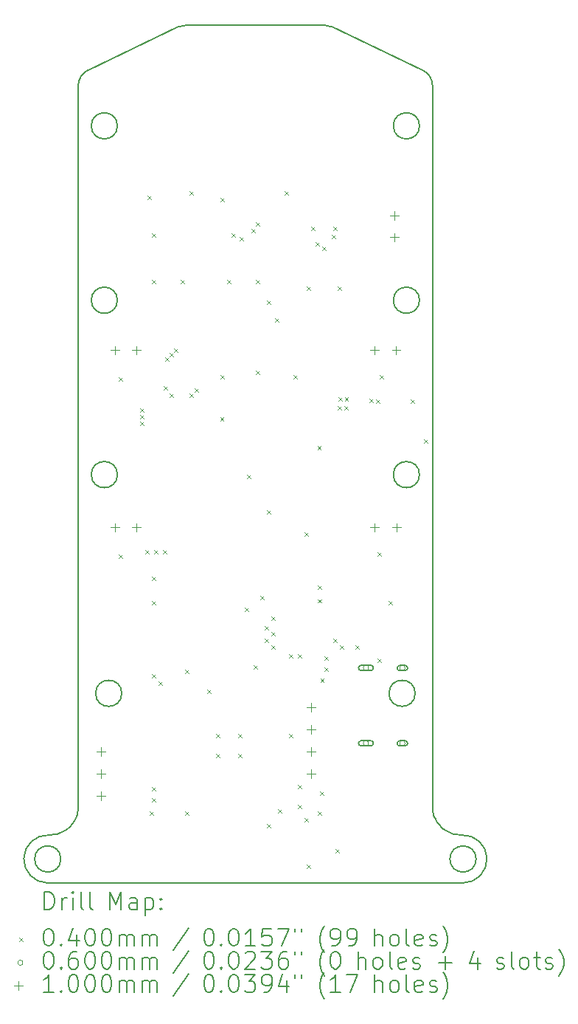
<source format=gbr>
%TF.GenerationSoftware,KiCad,Pcbnew,(7.0.0)*%
%TF.CreationDate,2023-09-25T00:06:05+02:00*%
%TF.ProjectId,FC Control board 1.0,46432043-6f6e-4747-926f-6c20626f6172,rev?*%
%TF.SameCoordinates,Original*%
%TF.FileFunction,Drillmap*%
%TF.FilePolarity,Positive*%
%FSLAX45Y45*%
G04 Gerber Fmt 4.5, Leading zero omitted, Abs format (unit mm)*
G04 Created by KiCad (PCBNEW (7.0.0)) date 2023-09-25 00:06:05*
%MOMM*%
%LPD*%
G01*
G04 APERTURE LIST*
%ADD10C,0.200000*%
%ADD11C,0.040000*%
%ADD12C,0.060000*%
%ADD13C,0.100000*%
G04 APERTURE END LIST*
D10*
X18492044Y-19192293D02*
X18482425Y-19199226D01*
X19867785Y-9967704D02*
G75*
G03*
X19781825Y-9987121I5J-200006D01*
G01*
X23048003Y-19805075D02*
G75*
G03*
X23031652Y-19255453I-2003J274995D01*
G01*
X19077001Y-11122030D02*
G75*
G03*
X19077001Y-11122030I-150000J0D01*
G01*
X22696000Y-18928648D02*
X22696545Y-18949126D01*
X22698213Y-18969438D01*
X22701052Y-18989546D01*
X22705108Y-19009416D01*
X22710431Y-19029010D01*
X22717067Y-19048292D01*
X22720101Y-19055910D01*
X18615566Y-19018603D02*
X18620687Y-18996438D01*
X18624247Y-18974020D01*
X18626326Y-18951405D01*
X18627001Y-18928648D01*
X18291348Y-19255457D02*
G75*
G03*
X18274998Y-19805071I-14348J-274624D01*
G01*
X18427001Y-19530078D02*
G75*
G03*
X18427001Y-19530078I-150000J0D01*
G01*
X21541177Y-9987119D02*
G75*
G03*
X21455216Y-9967706I-85947J-180541D01*
G01*
X23196000Y-19530078D02*
G75*
G03*
X23196000Y-19530078I-150000J0D01*
G01*
X22840576Y-19199226D02*
G75*
G03*
X23031652Y-19255453I175424J243366D01*
G01*
X22840576Y-19199226D02*
X22830957Y-19192293D01*
X19781825Y-9987121D02*
X18741040Y-10482547D01*
X22764670Y-19130416D02*
X22779656Y-19147531D01*
X22795760Y-19163528D01*
X22812891Y-19178438D01*
X22830957Y-19192293D01*
X22546000Y-11122030D02*
G75*
G03*
X22546000Y-11122030I-150000J0D01*
G01*
X21455216Y-9967706D02*
X19867785Y-9967706D01*
X18581188Y-19098325D02*
X18591972Y-19079351D01*
X18601289Y-19059725D01*
X18609150Y-19039468D01*
X18615566Y-19018603D01*
X18274998Y-19805071D02*
X23048003Y-19805071D01*
X18741040Y-10482546D02*
G75*
G03*
X18627001Y-10663131I85960J-180584D01*
G01*
X18492044Y-19192293D02*
X18508337Y-19179875D01*
X18523839Y-19166645D01*
X18538491Y-19152584D01*
X18552238Y-19137675D01*
X18565020Y-19121900D01*
X18576782Y-19105240D01*
X18581188Y-19098325D01*
X19077001Y-13122030D02*
G75*
G03*
X19077001Y-13122030I-150000J0D01*
G01*
X22546000Y-15122030D02*
G75*
G03*
X22546000Y-15122030I-150000J0D01*
G01*
X22696000Y-10905352D02*
X22696000Y-10663131D01*
X18627001Y-10663131D02*
X18627001Y-10905352D01*
X18627001Y-10905352D02*
X18627001Y-18928648D01*
X18291349Y-19255453D02*
G75*
G03*
X18482425Y-19199226I15651J299593D01*
G01*
X22546000Y-13122030D02*
G75*
G03*
X22546000Y-13122030I-150000J0D01*
G01*
X22581960Y-10482547D02*
X21541176Y-9987121D01*
X22696000Y-18928648D02*
X22696000Y-10905352D01*
X19127001Y-17630078D02*
G75*
G03*
X19127001Y-17630078I-150000J0D01*
G01*
X22720101Y-19055910D02*
X22729187Y-19075754D01*
X22739660Y-19094788D01*
X22751496Y-19113010D01*
X22764670Y-19130416D01*
X19077001Y-15122030D02*
G75*
G03*
X19077001Y-15122030I-150000J0D01*
G01*
X22695999Y-10663131D02*
G75*
G03*
X22581960Y-10482547I-199999J1D01*
G01*
X22496000Y-17630078D02*
G75*
G03*
X22496000Y-17630078I-150000J0D01*
G01*
D11*
X19094600Y-14008000D02*
X19134600Y-14048000D01*
X19134600Y-14008000D02*
X19094600Y-14048000D01*
X19094600Y-16040000D02*
X19134600Y-16080000D01*
X19134600Y-16040000D02*
X19094600Y-16080000D01*
X19335550Y-14363600D02*
X19375550Y-14403600D01*
X19375550Y-14363600D02*
X19335550Y-14403600D01*
X19335550Y-14439800D02*
X19375550Y-14479800D01*
X19375550Y-14439800D02*
X19335550Y-14479800D01*
X19335550Y-14516000D02*
X19375550Y-14556000D01*
X19375550Y-14516000D02*
X19335550Y-14556000D01*
X19399400Y-15989200D02*
X19439400Y-16029200D01*
X19439400Y-15989200D02*
X19399400Y-16029200D01*
X19424800Y-11925200D02*
X19464800Y-11965200D01*
X19464800Y-11925200D02*
X19424800Y-11965200D01*
X19450200Y-18986400D02*
X19490200Y-19026400D01*
X19490200Y-18986400D02*
X19450200Y-19026400D01*
X19475600Y-12357000D02*
X19515600Y-12397000D01*
X19515600Y-12357000D02*
X19475600Y-12397000D01*
X19475600Y-12890400D02*
X19515600Y-12930400D01*
X19515600Y-12890400D02*
X19475600Y-12930400D01*
X19475600Y-16294000D02*
X19515600Y-16334000D01*
X19515600Y-16294000D02*
X19475600Y-16334000D01*
X19475600Y-16573400D02*
X19515600Y-16613400D01*
X19515600Y-16573400D02*
X19475600Y-16613400D01*
X19475600Y-17411600D02*
X19515600Y-17451600D01*
X19515600Y-17411600D02*
X19475600Y-17451600D01*
X19475600Y-18707000D02*
X19515600Y-18747000D01*
X19515600Y-18707000D02*
X19475600Y-18747000D01*
X19475600Y-18834000D02*
X19515600Y-18874000D01*
X19515600Y-18834000D02*
X19475600Y-18874000D01*
X19501000Y-15989200D02*
X19541000Y-16029200D01*
X19541000Y-15989200D02*
X19501000Y-16029200D01*
X19548050Y-17494764D02*
X19588050Y-17534764D01*
X19588050Y-17494764D02*
X19548050Y-17534764D01*
X19602600Y-15989200D02*
X19642600Y-16029200D01*
X19642600Y-15989200D02*
X19602600Y-16029200D01*
X19610200Y-14105800D02*
X19650200Y-14145800D01*
X19650200Y-14105800D02*
X19610200Y-14145800D01*
X19628000Y-13779400D02*
X19668000Y-13819400D01*
X19668000Y-13779400D02*
X19628000Y-13819400D01*
X19677893Y-14190507D02*
X19717893Y-14230507D01*
X19717893Y-14190507D02*
X19677893Y-14230507D01*
X19678800Y-13728600D02*
X19718800Y-13768600D01*
X19718800Y-13728600D02*
X19678800Y-13768600D01*
X19729600Y-13677800D02*
X19769600Y-13717800D01*
X19769600Y-13677800D02*
X19729600Y-13717800D01*
X19805800Y-12890400D02*
X19845800Y-12930400D01*
X19845800Y-12890400D02*
X19805800Y-12930400D01*
X19856170Y-18986830D02*
X19896170Y-19026830D01*
X19896170Y-18986830D02*
X19856170Y-19026830D01*
X19856600Y-17360800D02*
X19896600Y-17400800D01*
X19896600Y-17360800D02*
X19856600Y-17400800D01*
X19905259Y-14191741D02*
X19945259Y-14231741D01*
X19945259Y-14191741D02*
X19905259Y-14231741D01*
X19907400Y-11874400D02*
X19947400Y-11914400D01*
X19947400Y-11874400D02*
X19907400Y-11914400D01*
X19965800Y-14131200D02*
X20005800Y-14171200D01*
X20005800Y-14131200D02*
X19965800Y-14171200D01*
X20110600Y-17589400D02*
X20150600Y-17629400D01*
X20150600Y-17589400D02*
X20110600Y-17629400D01*
X20212200Y-18097400D02*
X20252200Y-18137400D01*
X20252200Y-18097400D02*
X20212200Y-18137400D01*
X20212200Y-18326000D02*
X20252200Y-18366000D01*
X20252200Y-18326000D02*
X20212200Y-18366000D01*
X20257736Y-14462654D02*
X20297736Y-14502654D01*
X20297736Y-14462654D02*
X20257736Y-14502654D01*
X20263000Y-11950600D02*
X20303000Y-11990600D01*
X20303000Y-11950600D02*
X20263000Y-11990600D01*
X20263000Y-13982600D02*
X20303000Y-14022600D01*
X20303000Y-13982600D02*
X20263000Y-14022600D01*
X20339200Y-12890400D02*
X20379200Y-12930400D01*
X20379200Y-12890400D02*
X20339200Y-12930400D01*
X20390000Y-12357000D02*
X20430000Y-12397000D01*
X20430000Y-12357000D02*
X20390000Y-12397000D01*
X20466200Y-18097400D02*
X20506200Y-18137400D01*
X20506200Y-18097400D02*
X20466200Y-18137400D01*
X20466200Y-18326000D02*
X20506200Y-18366000D01*
X20506200Y-18326000D02*
X20466200Y-18366000D01*
X20478583Y-12396050D02*
X20518583Y-12436050D01*
X20518583Y-12396050D02*
X20478583Y-12436050D01*
X20542400Y-16649600D02*
X20582400Y-16689600D01*
X20582400Y-16649600D02*
X20542400Y-16689600D01*
X20567040Y-15126360D02*
X20607040Y-15166360D01*
X20607040Y-15126360D02*
X20567040Y-15166360D01*
X20618600Y-12306200D02*
X20658600Y-12346200D01*
X20658600Y-12306200D02*
X20618600Y-12346200D01*
X20644000Y-17310000D02*
X20684000Y-17350000D01*
X20684000Y-17310000D02*
X20644000Y-17350000D01*
X20669400Y-12230000D02*
X20709400Y-12270000D01*
X20709400Y-12230000D02*
X20669400Y-12270000D01*
X20669400Y-12890400D02*
X20709400Y-12930400D01*
X20709400Y-12890400D02*
X20669400Y-12930400D01*
X20669400Y-13931800D02*
X20709400Y-13971800D01*
X20709400Y-13931800D02*
X20669400Y-13971800D01*
X20718600Y-16512800D02*
X20758600Y-16552800D01*
X20758600Y-16512800D02*
X20718600Y-16552800D01*
X20771000Y-16860250D02*
X20811000Y-16900250D01*
X20811000Y-16860250D02*
X20771000Y-16900250D01*
X20771000Y-17005200D02*
X20811000Y-17045200D01*
X20811000Y-17005200D02*
X20771000Y-17045200D01*
X20796400Y-13127875D02*
X20836400Y-13167875D01*
X20836400Y-13127875D02*
X20796400Y-13167875D01*
X20796400Y-15532000D02*
X20836400Y-15572000D01*
X20836400Y-15532000D02*
X20796400Y-15572000D01*
X20796400Y-19127770D02*
X20836400Y-19167770D01*
X20836400Y-19127770D02*
X20796400Y-19167770D01*
X20847200Y-16751200D02*
X20887200Y-16791200D01*
X20887200Y-16751200D02*
X20847200Y-16791200D01*
X20847200Y-16929000D02*
X20887200Y-16969000D01*
X20887200Y-16929000D02*
X20847200Y-16969000D01*
X20847200Y-17081400D02*
X20887200Y-17121400D01*
X20887200Y-17081400D02*
X20847200Y-17121400D01*
X20889286Y-13330914D02*
X20929286Y-13370914D01*
X20929286Y-13330914D02*
X20889286Y-13370914D01*
X20923400Y-18961000D02*
X20963400Y-19001000D01*
X20963400Y-18961000D02*
X20923400Y-19001000D01*
X20999600Y-11874400D02*
X21039600Y-11914400D01*
X21039600Y-11874400D02*
X20999600Y-11914400D01*
X21050400Y-17183000D02*
X21090400Y-17223000D01*
X21090400Y-17183000D02*
X21050400Y-17223000D01*
X21050400Y-18097400D02*
X21090400Y-18137400D01*
X21090400Y-18097400D02*
X21050400Y-18137400D01*
X21101200Y-13982600D02*
X21141200Y-14022600D01*
X21141200Y-13982600D02*
X21101200Y-14022600D01*
X21151570Y-18909770D02*
X21191570Y-18949770D01*
X21191570Y-18909770D02*
X21151570Y-18949770D01*
X21152000Y-17183000D02*
X21192000Y-17223000D01*
X21192000Y-17183000D02*
X21152000Y-17223000D01*
X21152000Y-18681600D02*
X21192000Y-18721600D01*
X21192000Y-18681600D02*
X21152000Y-18721600D01*
X21228200Y-15786000D02*
X21268200Y-15826000D01*
X21268200Y-15786000D02*
X21228200Y-15826000D01*
X21228200Y-19062600D02*
X21268200Y-19102600D01*
X21268200Y-19062600D02*
X21228200Y-19102600D01*
X21253600Y-12966600D02*
X21293600Y-13006600D01*
X21293600Y-12966600D02*
X21253600Y-13006600D01*
X21253600Y-19596000D02*
X21293600Y-19636000D01*
X21293600Y-19596000D02*
X21253600Y-19636000D01*
X21304400Y-12280800D02*
X21344400Y-12320800D01*
X21344400Y-12280800D02*
X21304400Y-12320800D01*
X21355200Y-12458600D02*
X21395200Y-12498600D01*
X21395200Y-12458600D02*
X21355200Y-12498600D01*
X21375500Y-14791600D02*
X21415500Y-14831600D01*
X21415500Y-14791600D02*
X21375500Y-14831600D01*
X21376800Y-16551800D02*
X21416800Y-16591800D01*
X21416800Y-16551800D02*
X21376800Y-16591800D01*
X21380600Y-16395600D02*
X21420600Y-16435600D01*
X21420600Y-16395600D02*
X21380600Y-16435600D01*
X21380600Y-18986400D02*
X21420600Y-19026400D01*
X21420600Y-18986400D02*
X21380600Y-19026400D01*
X21406000Y-18757800D02*
X21446000Y-18797800D01*
X21446000Y-18757800D02*
X21406000Y-18797800D01*
X21407872Y-17460528D02*
X21447872Y-17500528D01*
X21447872Y-17460528D02*
X21407872Y-17500528D01*
X21431400Y-12509400D02*
X21471400Y-12549400D01*
X21471400Y-12509400D02*
X21431400Y-12549400D01*
X21456800Y-17208400D02*
X21496800Y-17248400D01*
X21496800Y-17208400D02*
X21456800Y-17248400D01*
X21456800Y-17335400D02*
X21496800Y-17375400D01*
X21496800Y-17335400D02*
X21456800Y-17375400D01*
X21540883Y-12374517D02*
X21580883Y-12414517D01*
X21580883Y-12374517D02*
X21540883Y-12414517D01*
X21558400Y-12280800D02*
X21598400Y-12320800D01*
X21598400Y-12280800D02*
X21558400Y-12320800D01*
X21558400Y-17005200D02*
X21598400Y-17045200D01*
X21598400Y-17005200D02*
X21558400Y-17045200D01*
X21583800Y-19418200D02*
X21623800Y-19458200D01*
X21623800Y-19418200D02*
X21583800Y-19458200D01*
X21609200Y-12966600D02*
X21649200Y-13006600D01*
X21649200Y-12966600D02*
X21609200Y-13006600D01*
X21609200Y-14338200D02*
X21649200Y-14378200D01*
X21649200Y-14338200D02*
X21609200Y-14378200D01*
X21616800Y-14232800D02*
X21656800Y-14272800D01*
X21656800Y-14232800D02*
X21616800Y-14272800D01*
X21634600Y-17081400D02*
X21674600Y-17121400D01*
X21674600Y-17081400D02*
X21634600Y-17121400D01*
X21685400Y-14338200D02*
X21725400Y-14378200D01*
X21725400Y-14338200D02*
X21685400Y-14378200D01*
X21688910Y-14232800D02*
X21728910Y-14272800D01*
X21728910Y-14232800D02*
X21688910Y-14272800D01*
X21812400Y-17081400D02*
X21852400Y-17121400D01*
X21852400Y-17081400D02*
X21812400Y-17121400D01*
X21972400Y-14252850D02*
X22012400Y-14292850D01*
X22012400Y-14252850D02*
X21972400Y-14292850D01*
X22048600Y-14258200D02*
X22088600Y-14298200D01*
X22088600Y-14258200D02*
X22048600Y-14298200D01*
X22066400Y-16014600D02*
X22106400Y-16054600D01*
X22106400Y-16014600D02*
X22066400Y-16054600D01*
X22066400Y-17233800D02*
X22106400Y-17273800D01*
X22106400Y-17233800D02*
X22066400Y-17273800D01*
X22091800Y-13982600D02*
X22131800Y-14022600D01*
X22131800Y-13982600D02*
X22091800Y-14022600D01*
X22193400Y-16573400D02*
X22233400Y-16613400D01*
X22233400Y-16573400D02*
X22193400Y-16613400D01*
X22447400Y-14262000D02*
X22487400Y-14302000D01*
X22487400Y-14262000D02*
X22447400Y-14302000D01*
X22599800Y-14719200D02*
X22639800Y-14759200D01*
X22639800Y-14719200D02*
X22599800Y-14759200D01*
D12*
X21961800Y-17339400D02*
G75*
G03*
X21961800Y-17339400I-30000J0D01*
G01*
D10*
X21876800Y-17369400D02*
X21986800Y-17369400D01*
X21986800Y-17369400D02*
G75*
G03*
X21986800Y-17309400I0J30000D01*
G01*
X21986800Y-17309400D02*
X21876800Y-17309400D01*
X21876800Y-17309400D02*
G75*
G03*
X21876800Y-17369400I0J-30000D01*
G01*
D12*
X21961800Y-18203400D02*
G75*
G03*
X21961800Y-18203400I-30000J0D01*
G01*
D10*
X21876800Y-18233400D02*
X21986800Y-18233400D01*
X21986800Y-18233400D02*
G75*
G03*
X21986800Y-18173400I0J30000D01*
G01*
X21986800Y-18173400D02*
X21876800Y-18173400D01*
X21876800Y-18173400D02*
G75*
G03*
X21876800Y-18233400I0J-30000D01*
G01*
D12*
X22379800Y-17339400D02*
G75*
G03*
X22379800Y-17339400I-30000J0D01*
G01*
D10*
X22319800Y-17369400D02*
X22379800Y-17369400D01*
X22379800Y-17369400D02*
G75*
G03*
X22379800Y-17309400I0J30000D01*
G01*
X22379800Y-17309400D02*
X22319800Y-17309400D01*
X22319800Y-17309400D02*
G75*
G03*
X22319800Y-17369400I0J-30000D01*
G01*
D12*
X22379800Y-18203400D02*
G75*
G03*
X22379800Y-18203400I-30000J0D01*
G01*
D10*
X22319800Y-18233400D02*
X22379800Y-18233400D01*
X22379800Y-18233400D02*
G75*
G03*
X22379800Y-18173400I0J30000D01*
G01*
X22379800Y-18173400D02*
X22319800Y-18173400D01*
X22319800Y-18173400D02*
G75*
G03*
X22319800Y-18233400I0J-30000D01*
G01*
D13*
X18888500Y-18246700D02*
X18888500Y-18346700D01*
X18838500Y-18296700D02*
X18938500Y-18296700D01*
X18888500Y-18500700D02*
X18888500Y-18600700D01*
X18838500Y-18550700D02*
X18938500Y-18550700D01*
X18888500Y-18754700D02*
X18888500Y-18854700D01*
X18838500Y-18804700D02*
X18938500Y-18804700D01*
X19046600Y-13645950D02*
X19046600Y-13745950D01*
X18996600Y-13695950D02*
X19096600Y-13695950D01*
X19046600Y-15677950D02*
X19046600Y-15777950D01*
X18996600Y-15727950D02*
X19096600Y-15727950D01*
X19296600Y-13645950D02*
X19296600Y-13745950D01*
X19246600Y-13695950D02*
X19346600Y-13695950D01*
X19296600Y-15677950D02*
X19296600Y-15777950D01*
X19246600Y-15727950D02*
X19346600Y-15727950D01*
X21299000Y-17737200D02*
X21299000Y-17837200D01*
X21249000Y-17787200D02*
X21349000Y-17787200D01*
X21299000Y-17991200D02*
X21299000Y-18091200D01*
X21249000Y-18041200D02*
X21349000Y-18041200D01*
X21299000Y-18245200D02*
X21299000Y-18345200D01*
X21249000Y-18295200D02*
X21349000Y-18295200D01*
X21299000Y-18499200D02*
X21299000Y-18599200D01*
X21249000Y-18549200D02*
X21349000Y-18549200D01*
X22028960Y-13645950D02*
X22028960Y-13745950D01*
X21978960Y-13695950D02*
X22078960Y-13695950D01*
X22031100Y-15677950D02*
X22031100Y-15777950D01*
X21981100Y-15727950D02*
X22081100Y-15727950D01*
X22259600Y-12100400D02*
X22259600Y-12200400D01*
X22209600Y-12150400D02*
X22309600Y-12150400D01*
X22259600Y-12350400D02*
X22259600Y-12450400D01*
X22209600Y-12400400D02*
X22309600Y-12400400D01*
X22278960Y-13645950D02*
X22278960Y-13745950D01*
X22228960Y-13695950D02*
X22328960Y-13695950D01*
X22281100Y-15677950D02*
X22281100Y-15777950D01*
X22231100Y-15727950D02*
X22331100Y-15727950D01*
D10*
X18239621Y-20108547D02*
X18239621Y-19908547D01*
X18239621Y-19908547D02*
X18287240Y-19908547D01*
X18287240Y-19908547D02*
X18315811Y-19918071D01*
X18315811Y-19918071D02*
X18334859Y-19937119D01*
X18334859Y-19937119D02*
X18344383Y-19956166D01*
X18344383Y-19956166D02*
X18353907Y-19994261D01*
X18353907Y-19994261D02*
X18353907Y-20022833D01*
X18353907Y-20022833D02*
X18344383Y-20060928D01*
X18344383Y-20060928D02*
X18334859Y-20079976D01*
X18334859Y-20079976D02*
X18315811Y-20099023D01*
X18315811Y-20099023D02*
X18287240Y-20108547D01*
X18287240Y-20108547D02*
X18239621Y-20108547D01*
X18439621Y-20108547D02*
X18439621Y-19975214D01*
X18439621Y-20013309D02*
X18449145Y-19994261D01*
X18449145Y-19994261D02*
X18458668Y-19984738D01*
X18458668Y-19984738D02*
X18477716Y-19975214D01*
X18477716Y-19975214D02*
X18496764Y-19975214D01*
X18563430Y-20108547D02*
X18563430Y-19975214D01*
X18563430Y-19908547D02*
X18553907Y-19918071D01*
X18553907Y-19918071D02*
X18563430Y-19927595D01*
X18563430Y-19927595D02*
X18572954Y-19918071D01*
X18572954Y-19918071D02*
X18563430Y-19908547D01*
X18563430Y-19908547D02*
X18563430Y-19927595D01*
X18687240Y-20108547D02*
X18668192Y-20099023D01*
X18668192Y-20099023D02*
X18658668Y-20079976D01*
X18658668Y-20079976D02*
X18658668Y-19908547D01*
X18792002Y-20108547D02*
X18772954Y-20099023D01*
X18772954Y-20099023D02*
X18763430Y-20079976D01*
X18763430Y-20079976D02*
X18763430Y-19908547D01*
X18988192Y-20108547D02*
X18988192Y-19908547D01*
X18988192Y-19908547D02*
X19054859Y-20051404D01*
X19054859Y-20051404D02*
X19121526Y-19908547D01*
X19121526Y-19908547D02*
X19121526Y-20108547D01*
X19302478Y-20108547D02*
X19302478Y-20003785D01*
X19302478Y-20003785D02*
X19292954Y-19984738D01*
X19292954Y-19984738D02*
X19273907Y-19975214D01*
X19273907Y-19975214D02*
X19235811Y-19975214D01*
X19235811Y-19975214D02*
X19216764Y-19984738D01*
X19302478Y-20099023D02*
X19283430Y-20108547D01*
X19283430Y-20108547D02*
X19235811Y-20108547D01*
X19235811Y-20108547D02*
X19216764Y-20099023D01*
X19216764Y-20099023D02*
X19207240Y-20079976D01*
X19207240Y-20079976D02*
X19207240Y-20060928D01*
X19207240Y-20060928D02*
X19216764Y-20041880D01*
X19216764Y-20041880D02*
X19235811Y-20032357D01*
X19235811Y-20032357D02*
X19283430Y-20032357D01*
X19283430Y-20032357D02*
X19302478Y-20022833D01*
X19397716Y-19975214D02*
X19397716Y-20175214D01*
X19397716Y-19984738D02*
X19416764Y-19975214D01*
X19416764Y-19975214D02*
X19454859Y-19975214D01*
X19454859Y-19975214D02*
X19473907Y-19984738D01*
X19473907Y-19984738D02*
X19483430Y-19994261D01*
X19483430Y-19994261D02*
X19492954Y-20013309D01*
X19492954Y-20013309D02*
X19492954Y-20070452D01*
X19492954Y-20070452D02*
X19483430Y-20089499D01*
X19483430Y-20089499D02*
X19473907Y-20099023D01*
X19473907Y-20099023D02*
X19454859Y-20108547D01*
X19454859Y-20108547D02*
X19416764Y-20108547D01*
X19416764Y-20108547D02*
X19397716Y-20099023D01*
X19578668Y-20089499D02*
X19588192Y-20099023D01*
X19588192Y-20099023D02*
X19578668Y-20108547D01*
X19578668Y-20108547D02*
X19569145Y-20099023D01*
X19569145Y-20099023D02*
X19578668Y-20089499D01*
X19578668Y-20089499D02*
X19578668Y-20108547D01*
X19578668Y-19984738D02*
X19588192Y-19994261D01*
X19588192Y-19994261D02*
X19578668Y-20003785D01*
X19578668Y-20003785D02*
X19569145Y-19994261D01*
X19569145Y-19994261D02*
X19578668Y-19984738D01*
X19578668Y-19984738D02*
X19578668Y-20003785D01*
D11*
X17952002Y-20435071D02*
X17992002Y-20475071D01*
X17992002Y-20435071D02*
X17952002Y-20475071D01*
D10*
X18277716Y-20328547D02*
X18296764Y-20328547D01*
X18296764Y-20328547D02*
X18315811Y-20338071D01*
X18315811Y-20338071D02*
X18325335Y-20347595D01*
X18325335Y-20347595D02*
X18334859Y-20366642D01*
X18334859Y-20366642D02*
X18344383Y-20404738D01*
X18344383Y-20404738D02*
X18344383Y-20452357D01*
X18344383Y-20452357D02*
X18334859Y-20490452D01*
X18334859Y-20490452D02*
X18325335Y-20509499D01*
X18325335Y-20509499D02*
X18315811Y-20519023D01*
X18315811Y-20519023D02*
X18296764Y-20528547D01*
X18296764Y-20528547D02*
X18277716Y-20528547D01*
X18277716Y-20528547D02*
X18258668Y-20519023D01*
X18258668Y-20519023D02*
X18249145Y-20509499D01*
X18249145Y-20509499D02*
X18239621Y-20490452D01*
X18239621Y-20490452D02*
X18230097Y-20452357D01*
X18230097Y-20452357D02*
X18230097Y-20404738D01*
X18230097Y-20404738D02*
X18239621Y-20366642D01*
X18239621Y-20366642D02*
X18249145Y-20347595D01*
X18249145Y-20347595D02*
X18258668Y-20338071D01*
X18258668Y-20338071D02*
X18277716Y-20328547D01*
X18430097Y-20509499D02*
X18439621Y-20519023D01*
X18439621Y-20519023D02*
X18430097Y-20528547D01*
X18430097Y-20528547D02*
X18420573Y-20519023D01*
X18420573Y-20519023D02*
X18430097Y-20509499D01*
X18430097Y-20509499D02*
X18430097Y-20528547D01*
X18611049Y-20395214D02*
X18611049Y-20528547D01*
X18563430Y-20319023D02*
X18515811Y-20461880D01*
X18515811Y-20461880D02*
X18639621Y-20461880D01*
X18753907Y-20328547D02*
X18772954Y-20328547D01*
X18772954Y-20328547D02*
X18792002Y-20338071D01*
X18792002Y-20338071D02*
X18801526Y-20347595D01*
X18801526Y-20347595D02*
X18811049Y-20366642D01*
X18811049Y-20366642D02*
X18820573Y-20404738D01*
X18820573Y-20404738D02*
X18820573Y-20452357D01*
X18820573Y-20452357D02*
X18811049Y-20490452D01*
X18811049Y-20490452D02*
X18801526Y-20509499D01*
X18801526Y-20509499D02*
X18792002Y-20519023D01*
X18792002Y-20519023D02*
X18772954Y-20528547D01*
X18772954Y-20528547D02*
X18753907Y-20528547D01*
X18753907Y-20528547D02*
X18734859Y-20519023D01*
X18734859Y-20519023D02*
X18725335Y-20509499D01*
X18725335Y-20509499D02*
X18715811Y-20490452D01*
X18715811Y-20490452D02*
X18706288Y-20452357D01*
X18706288Y-20452357D02*
X18706288Y-20404738D01*
X18706288Y-20404738D02*
X18715811Y-20366642D01*
X18715811Y-20366642D02*
X18725335Y-20347595D01*
X18725335Y-20347595D02*
X18734859Y-20338071D01*
X18734859Y-20338071D02*
X18753907Y-20328547D01*
X18944383Y-20328547D02*
X18963430Y-20328547D01*
X18963430Y-20328547D02*
X18982478Y-20338071D01*
X18982478Y-20338071D02*
X18992002Y-20347595D01*
X18992002Y-20347595D02*
X19001526Y-20366642D01*
X19001526Y-20366642D02*
X19011049Y-20404738D01*
X19011049Y-20404738D02*
X19011049Y-20452357D01*
X19011049Y-20452357D02*
X19001526Y-20490452D01*
X19001526Y-20490452D02*
X18992002Y-20509499D01*
X18992002Y-20509499D02*
X18982478Y-20519023D01*
X18982478Y-20519023D02*
X18963430Y-20528547D01*
X18963430Y-20528547D02*
X18944383Y-20528547D01*
X18944383Y-20528547D02*
X18925335Y-20519023D01*
X18925335Y-20519023D02*
X18915811Y-20509499D01*
X18915811Y-20509499D02*
X18906288Y-20490452D01*
X18906288Y-20490452D02*
X18896764Y-20452357D01*
X18896764Y-20452357D02*
X18896764Y-20404738D01*
X18896764Y-20404738D02*
X18906288Y-20366642D01*
X18906288Y-20366642D02*
X18915811Y-20347595D01*
X18915811Y-20347595D02*
X18925335Y-20338071D01*
X18925335Y-20338071D02*
X18944383Y-20328547D01*
X19096764Y-20528547D02*
X19096764Y-20395214D01*
X19096764Y-20414261D02*
X19106288Y-20404738D01*
X19106288Y-20404738D02*
X19125335Y-20395214D01*
X19125335Y-20395214D02*
X19153907Y-20395214D01*
X19153907Y-20395214D02*
X19172954Y-20404738D01*
X19172954Y-20404738D02*
X19182478Y-20423785D01*
X19182478Y-20423785D02*
X19182478Y-20528547D01*
X19182478Y-20423785D02*
X19192002Y-20404738D01*
X19192002Y-20404738D02*
X19211049Y-20395214D01*
X19211049Y-20395214D02*
X19239621Y-20395214D01*
X19239621Y-20395214D02*
X19258669Y-20404738D01*
X19258669Y-20404738D02*
X19268192Y-20423785D01*
X19268192Y-20423785D02*
X19268192Y-20528547D01*
X19363430Y-20528547D02*
X19363430Y-20395214D01*
X19363430Y-20414261D02*
X19372954Y-20404738D01*
X19372954Y-20404738D02*
X19392002Y-20395214D01*
X19392002Y-20395214D02*
X19420573Y-20395214D01*
X19420573Y-20395214D02*
X19439621Y-20404738D01*
X19439621Y-20404738D02*
X19449145Y-20423785D01*
X19449145Y-20423785D02*
X19449145Y-20528547D01*
X19449145Y-20423785D02*
X19458669Y-20404738D01*
X19458669Y-20404738D02*
X19477716Y-20395214D01*
X19477716Y-20395214D02*
X19506288Y-20395214D01*
X19506288Y-20395214D02*
X19525335Y-20404738D01*
X19525335Y-20404738D02*
X19534859Y-20423785D01*
X19534859Y-20423785D02*
X19534859Y-20528547D01*
X19892954Y-20319023D02*
X19721526Y-20576166D01*
X20117716Y-20328547D02*
X20136764Y-20328547D01*
X20136764Y-20328547D02*
X20155811Y-20338071D01*
X20155811Y-20338071D02*
X20165335Y-20347595D01*
X20165335Y-20347595D02*
X20174859Y-20366642D01*
X20174859Y-20366642D02*
X20184383Y-20404738D01*
X20184383Y-20404738D02*
X20184383Y-20452357D01*
X20184383Y-20452357D02*
X20174859Y-20490452D01*
X20174859Y-20490452D02*
X20165335Y-20509499D01*
X20165335Y-20509499D02*
X20155811Y-20519023D01*
X20155811Y-20519023D02*
X20136764Y-20528547D01*
X20136764Y-20528547D02*
X20117716Y-20528547D01*
X20117716Y-20528547D02*
X20098669Y-20519023D01*
X20098669Y-20519023D02*
X20089145Y-20509499D01*
X20089145Y-20509499D02*
X20079621Y-20490452D01*
X20079621Y-20490452D02*
X20070097Y-20452357D01*
X20070097Y-20452357D02*
X20070097Y-20404738D01*
X20070097Y-20404738D02*
X20079621Y-20366642D01*
X20079621Y-20366642D02*
X20089145Y-20347595D01*
X20089145Y-20347595D02*
X20098669Y-20338071D01*
X20098669Y-20338071D02*
X20117716Y-20328547D01*
X20270097Y-20509499D02*
X20279621Y-20519023D01*
X20279621Y-20519023D02*
X20270097Y-20528547D01*
X20270097Y-20528547D02*
X20260573Y-20519023D01*
X20260573Y-20519023D02*
X20270097Y-20509499D01*
X20270097Y-20509499D02*
X20270097Y-20528547D01*
X20403430Y-20328547D02*
X20422478Y-20328547D01*
X20422478Y-20328547D02*
X20441526Y-20338071D01*
X20441526Y-20338071D02*
X20451050Y-20347595D01*
X20451050Y-20347595D02*
X20460573Y-20366642D01*
X20460573Y-20366642D02*
X20470097Y-20404738D01*
X20470097Y-20404738D02*
X20470097Y-20452357D01*
X20470097Y-20452357D02*
X20460573Y-20490452D01*
X20460573Y-20490452D02*
X20451050Y-20509499D01*
X20451050Y-20509499D02*
X20441526Y-20519023D01*
X20441526Y-20519023D02*
X20422478Y-20528547D01*
X20422478Y-20528547D02*
X20403430Y-20528547D01*
X20403430Y-20528547D02*
X20384383Y-20519023D01*
X20384383Y-20519023D02*
X20374859Y-20509499D01*
X20374859Y-20509499D02*
X20365335Y-20490452D01*
X20365335Y-20490452D02*
X20355811Y-20452357D01*
X20355811Y-20452357D02*
X20355811Y-20404738D01*
X20355811Y-20404738D02*
X20365335Y-20366642D01*
X20365335Y-20366642D02*
X20374859Y-20347595D01*
X20374859Y-20347595D02*
X20384383Y-20338071D01*
X20384383Y-20338071D02*
X20403430Y-20328547D01*
X20660573Y-20528547D02*
X20546288Y-20528547D01*
X20603430Y-20528547D02*
X20603430Y-20328547D01*
X20603430Y-20328547D02*
X20584383Y-20357119D01*
X20584383Y-20357119D02*
X20565335Y-20376166D01*
X20565335Y-20376166D02*
X20546288Y-20385690D01*
X20841526Y-20328547D02*
X20746288Y-20328547D01*
X20746288Y-20328547D02*
X20736764Y-20423785D01*
X20736764Y-20423785D02*
X20746288Y-20414261D01*
X20746288Y-20414261D02*
X20765335Y-20404738D01*
X20765335Y-20404738D02*
X20812954Y-20404738D01*
X20812954Y-20404738D02*
X20832002Y-20414261D01*
X20832002Y-20414261D02*
X20841526Y-20423785D01*
X20841526Y-20423785D02*
X20851050Y-20442833D01*
X20851050Y-20442833D02*
X20851050Y-20490452D01*
X20851050Y-20490452D02*
X20841526Y-20509499D01*
X20841526Y-20509499D02*
X20832002Y-20519023D01*
X20832002Y-20519023D02*
X20812954Y-20528547D01*
X20812954Y-20528547D02*
X20765335Y-20528547D01*
X20765335Y-20528547D02*
X20746288Y-20519023D01*
X20746288Y-20519023D02*
X20736764Y-20509499D01*
X20917716Y-20328547D02*
X21051050Y-20328547D01*
X21051050Y-20328547D02*
X20965335Y-20528547D01*
X21117716Y-20328547D02*
X21117716Y-20366642D01*
X21193907Y-20328547D02*
X21193907Y-20366642D01*
X21456764Y-20604738D02*
X21447240Y-20595214D01*
X21447240Y-20595214D02*
X21428192Y-20566642D01*
X21428192Y-20566642D02*
X21418669Y-20547595D01*
X21418669Y-20547595D02*
X21409145Y-20519023D01*
X21409145Y-20519023D02*
X21399621Y-20471404D01*
X21399621Y-20471404D02*
X21399621Y-20433309D01*
X21399621Y-20433309D02*
X21409145Y-20385690D01*
X21409145Y-20385690D02*
X21418669Y-20357119D01*
X21418669Y-20357119D02*
X21428192Y-20338071D01*
X21428192Y-20338071D02*
X21447240Y-20309499D01*
X21447240Y-20309499D02*
X21456764Y-20299976D01*
X21542478Y-20528547D02*
X21580573Y-20528547D01*
X21580573Y-20528547D02*
X21599621Y-20519023D01*
X21599621Y-20519023D02*
X21609145Y-20509499D01*
X21609145Y-20509499D02*
X21628192Y-20480928D01*
X21628192Y-20480928D02*
X21637716Y-20442833D01*
X21637716Y-20442833D02*
X21637716Y-20366642D01*
X21637716Y-20366642D02*
X21628192Y-20347595D01*
X21628192Y-20347595D02*
X21618669Y-20338071D01*
X21618669Y-20338071D02*
X21599621Y-20328547D01*
X21599621Y-20328547D02*
X21561526Y-20328547D01*
X21561526Y-20328547D02*
X21542478Y-20338071D01*
X21542478Y-20338071D02*
X21532954Y-20347595D01*
X21532954Y-20347595D02*
X21523431Y-20366642D01*
X21523431Y-20366642D02*
X21523431Y-20414261D01*
X21523431Y-20414261D02*
X21532954Y-20433309D01*
X21532954Y-20433309D02*
X21542478Y-20442833D01*
X21542478Y-20442833D02*
X21561526Y-20452357D01*
X21561526Y-20452357D02*
X21599621Y-20452357D01*
X21599621Y-20452357D02*
X21618669Y-20442833D01*
X21618669Y-20442833D02*
X21628192Y-20433309D01*
X21628192Y-20433309D02*
X21637716Y-20414261D01*
X21732954Y-20528547D02*
X21771050Y-20528547D01*
X21771050Y-20528547D02*
X21790097Y-20519023D01*
X21790097Y-20519023D02*
X21799621Y-20509499D01*
X21799621Y-20509499D02*
X21818669Y-20480928D01*
X21818669Y-20480928D02*
X21828192Y-20442833D01*
X21828192Y-20442833D02*
X21828192Y-20366642D01*
X21828192Y-20366642D02*
X21818669Y-20347595D01*
X21818669Y-20347595D02*
X21809145Y-20338071D01*
X21809145Y-20338071D02*
X21790097Y-20328547D01*
X21790097Y-20328547D02*
X21752002Y-20328547D01*
X21752002Y-20328547D02*
X21732954Y-20338071D01*
X21732954Y-20338071D02*
X21723431Y-20347595D01*
X21723431Y-20347595D02*
X21713907Y-20366642D01*
X21713907Y-20366642D02*
X21713907Y-20414261D01*
X21713907Y-20414261D02*
X21723431Y-20433309D01*
X21723431Y-20433309D02*
X21732954Y-20442833D01*
X21732954Y-20442833D02*
X21752002Y-20452357D01*
X21752002Y-20452357D02*
X21790097Y-20452357D01*
X21790097Y-20452357D02*
X21809145Y-20442833D01*
X21809145Y-20442833D02*
X21818669Y-20433309D01*
X21818669Y-20433309D02*
X21828192Y-20414261D01*
X22033907Y-20528547D02*
X22033907Y-20328547D01*
X22119621Y-20528547D02*
X22119621Y-20423785D01*
X22119621Y-20423785D02*
X22110097Y-20404738D01*
X22110097Y-20404738D02*
X22091050Y-20395214D01*
X22091050Y-20395214D02*
X22062478Y-20395214D01*
X22062478Y-20395214D02*
X22043431Y-20404738D01*
X22043431Y-20404738D02*
X22033907Y-20414261D01*
X22243431Y-20528547D02*
X22224383Y-20519023D01*
X22224383Y-20519023D02*
X22214859Y-20509499D01*
X22214859Y-20509499D02*
X22205335Y-20490452D01*
X22205335Y-20490452D02*
X22205335Y-20433309D01*
X22205335Y-20433309D02*
X22214859Y-20414261D01*
X22214859Y-20414261D02*
X22224383Y-20404738D01*
X22224383Y-20404738D02*
X22243431Y-20395214D01*
X22243431Y-20395214D02*
X22272002Y-20395214D01*
X22272002Y-20395214D02*
X22291050Y-20404738D01*
X22291050Y-20404738D02*
X22300573Y-20414261D01*
X22300573Y-20414261D02*
X22310097Y-20433309D01*
X22310097Y-20433309D02*
X22310097Y-20490452D01*
X22310097Y-20490452D02*
X22300573Y-20509499D01*
X22300573Y-20509499D02*
X22291050Y-20519023D01*
X22291050Y-20519023D02*
X22272002Y-20528547D01*
X22272002Y-20528547D02*
X22243431Y-20528547D01*
X22424383Y-20528547D02*
X22405335Y-20519023D01*
X22405335Y-20519023D02*
X22395811Y-20499976D01*
X22395811Y-20499976D02*
X22395811Y-20328547D01*
X22576764Y-20519023D02*
X22557716Y-20528547D01*
X22557716Y-20528547D02*
X22519621Y-20528547D01*
X22519621Y-20528547D02*
X22500573Y-20519023D01*
X22500573Y-20519023D02*
X22491050Y-20499976D01*
X22491050Y-20499976D02*
X22491050Y-20423785D01*
X22491050Y-20423785D02*
X22500573Y-20404738D01*
X22500573Y-20404738D02*
X22519621Y-20395214D01*
X22519621Y-20395214D02*
X22557716Y-20395214D01*
X22557716Y-20395214D02*
X22576764Y-20404738D01*
X22576764Y-20404738D02*
X22586288Y-20423785D01*
X22586288Y-20423785D02*
X22586288Y-20442833D01*
X22586288Y-20442833D02*
X22491050Y-20461880D01*
X22662478Y-20519023D02*
X22681526Y-20528547D01*
X22681526Y-20528547D02*
X22719621Y-20528547D01*
X22719621Y-20528547D02*
X22738669Y-20519023D01*
X22738669Y-20519023D02*
X22748192Y-20499976D01*
X22748192Y-20499976D02*
X22748192Y-20490452D01*
X22748192Y-20490452D02*
X22738669Y-20471404D01*
X22738669Y-20471404D02*
X22719621Y-20461880D01*
X22719621Y-20461880D02*
X22691050Y-20461880D01*
X22691050Y-20461880D02*
X22672002Y-20452357D01*
X22672002Y-20452357D02*
X22662478Y-20433309D01*
X22662478Y-20433309D02*
X22662478Y-20423785D01*
X22662478Y-20423785D02*
X22672002Y-20404738D01*
X22672002Y-20404738D02*
X22691050Y-20395214D01*
X22691050Y-20395214D02*
X22719621Y-20395214D01*
X22719621Y-20395214D02*
X22738669Y-20404738D01*
X22814859Y-20604738D02*
X22824383Y-20595214D01*
X22824383Y-20595214D02*
X22843431Y-20566642D01*
X22843431Y-20566642D02*
X22852954Y-20547595D01*
X22852954Y-20547595D02*
X22862478Y-20519023D01*
X22862478Y-20519023D02*
X22872002Y-20471404D01*
X22872002Y-20471404D02*
X22872002Y-20433309D01*
X22872002Y-20433309D02*
X22862478Y-20385690D01*
X22862478Y-20385690D02*
X22852954Y-20357119D01*
X22852954Y-20357119D02*
X22843431Y-20338071D01*
X22843431Y-20338071D02*
X22824383Y-20309499D01*
X22824383Y-20309499D02*
X22814859Y-20299976D01*
D12*
X17992002Y-20719071D02*
G75*
G03*
X17992002Y-20719071I-30000J0D01*
G01*
D10*
X18277716Y-20592547D02*
X18296764Y-20592547D01*
X18296764Y-20592547D02*
X18315811Y-20602071D01*
X18315811Y-20602071D02*
X18325335Y-20611595D01*
X18325335Y-20611595D02*
X18334859Y-20630642D01*
X18334859Y-20630642D02*
X18344383Y-20668738D01*
X18344383Y-20668738D02*
X18344383Y-20716357D01*
X18344383Y-20716357D02*
X18334859Y-20754452D01*
X18334859Y-20754452D02*
X18325335Y-20773499D01*
X18325335Y-20773499D02*
X18315811Y-20783023D01*
X18315811Y-20783023D02*
X18296764Y-20792547D01*
X18296764Y-20792547D02*
X18277716Y-20792547D01*
X18277716Y-20792547D02*
X18258668Y-20783023D01*
X18258668Y-20783023D02*
X18249145Y-20773499D01*
X18249145Y-20773499D02*
X18239621Y-20754452D01*
X18239621Y-20754452D02*
X18230097Y-20716357D01*
X18230097Y-20716357D02*
X18230097Y-20668738D01*
X18230097Y-20668738D02*
X18239621Y-20630642D01*
X18239621Y-20630642D02*
X18249145Y-20611595D01*
X18249145Y-20611595D02*
X18258668Y-20602071D01*
X18258668Y-20602071D02*
X18277716Y-20592547D01*
X18430097Y-20773499D02*
X18439621Y-20783023D01*
X18439621Y-20783023D02*
X18430097Y-20792547D01*
X18430097Y-20792547D02*
X18420573Y-20783023D01*
X18420573Y-20783023D02*
X18430097Y-20773499D01*
X18430097Y-20773499D02*
X18430097Y-20792547D01*
X18611049Y-20592547D02*
X18572954Y-20592547D01*
X18572954Y-20592547D02*
X18553907Y-20602071D01*
X18553907Y-20602071D02*
X18544383Y-20611595D01*
X18544383Y-20611595D02*
X18525335Y-20640166D01*
X18525335Y-20640166D02*
X18515811Y-20678261D01*
X18515811Y-20678261D02*
X18515811Y-20754452D01*
X18515811Y-20754452D02*
X18525335Y-20773499D01*
X18525335Y-20773499D02*
X18534859Y-20783023D01*
X18534859Y-20783023D02*
X18553907Y-20792547D01*
X18553907Y-20792547D02*
X18592002Y-20792547D01*
X18592002Y-20792547D02*
X18611049Y-20783023D01*
X18611049Y-20783023D02*
X18620573Y-20773499D01*
X18620573Y-20773499D02*
X18630097Y-20754452D01*
X18630097Y-20754452D02*
X18630097Y-20706833D01*
X18630097Y-20706833D02*
X18620573Y-20687785D01*
X18620573Y-20687785D02*
X18611049Y-20678261D01*
X18611049Y-20678261D02*
X18592002Y-20668738D01*
X18592002Y-20668738D02*
X18553907Y-20668738D01*
X18553907Y-20668738D02*
X18534859Y-20678261D01*
X18534859Y-20678261D02*
X18525335Y-20687785D01*
X18525335Y-20687785D02*
X18515811Y-20706833D01*
X18753907Y-20592547D02*
X18772954Y-20592547D01*
X18772954Y-20592547D02*
X18792002Y-20602071D01*
X18792002Y-20602071D02*
X18801526Y-20611595D01*
X18801526Y-20611595D02*
X18811049Y-20630642D01*
X18811049Y-20630642D02*
X18820573Y-20668738D01*
X18820573Y-20668738D02*
X18820573Y-20716357D01*
X18820573Y-20716357D02*
X18811049Y-20754452D01*
X18811049Y-20754452D02*
X18801526Y-20773499D01*
X18801526Y-20773499D02*
X18792002Y-20783023D01*
X18792002Y-20783023D02*
X18772954Y-20792547D01*
X18772954Y-20792547D02*
X18753907Y-20792547D01*
X18753907Y-20792547D02*
X18734859Y-20783023D01*
X18734859Y-20783023D02*
X18725335Y-20773499D01*
X18725335Y-20773499D02*
X18715811Y-20754452D01*
X18715811Y-20754452D02*
X18706288Y-20716357D01*
X18706288Y-20716357D02*
X18706288Y-20668738D01*
X18706288Y-20668738D02*
X18715811Y-20630642D01*
X18715811Y-20630642D02*
X18725335Y-20611595D01*
X18725335Y-20611595D02*
X18734859Y-20602071D01*
X18734859Y-20602071D02*
X18753907Y-20592547D01*
X18944383Y-20592547D02*
X18963430Y-20592547D01*
X18963430Y-20592547D02*
X18982478Y-20602071D01*
X18982478Y-20602071D02*
X18992002Y-20611595D01*
X18992002Y-20611595D02*
X19001526Y-20630642D01*
X19001526Y-20630642D02*
X19011049Y-20668738D01*
X19011049Y-20668738D02*
X19011049Y-20716357D01*
X19011049Y-20716357D02*
X19001526Y-20754452D01*
X19001526Y-20754452D02*
X18992002Y-20773499D01*
X18992002Y-20773499D02*
X18982478Y-20783023D01*
X18982478Y-20783023D02*
X18963430Y-20792547D01*
X18963430Y-20792547D02*
X18944383Y-20792547D01*
X18944383Y-20792547D02*
X18925335Y-20783023D01*
X18925335Y-20783023D02*
X18915811Y-20773499D01*
X18915811Y-20773499D02*
X18906288Y-20754452D01*
X18906288Y-20754452D02*
X18896764Y-20716357D01*
X18896764Y-20716357D02*
X18896764Y-20668738D01*
X18896764Y-20668738D02*
X18906288Y-20630642D01*
X18906288Y-20630642D02*
X18915811Y-20611595D01*
X18915811Y-20611595D02*
X18925335Y-20602071D01*
X18925335Y-20602071D02*
X18944383Y-20592547D01*
X19096764Y-20792547D02*
X19096764Y-20659214D01*
X19096764Y-20678261D02*
X19106288Y-20668738D01*
X19106288Y-20668738D02*
X19125335Y-20659214D01*
X19125335Y-20659214D02*
X19153907Y-20659214D01*
X19153907Y-20659214D02*
X19172954Y-20668738D01*
X19172954Y-20668738D02*
X19182478Y-20687785D01*
X19182478Y-20687785D02*
X19182478Y-20792547D01*
X19182478Y-20687785D02*
X19192002Y-20668738D01*
X19192002Y-20668738D02*
X19211049Y-20659214D01*
X19211049Y-20659214D02*
X19239621Y-20659214D01*
X19239621Y-20659214D02*
X19258669Y-20668738D01*
X19258669Y-20668738D02*
X19268192Y-20687785D01*
X19268192Y-20687785D02*
X19268192Y-20792547D01*
X19363430Y-20792547D02*
X19363430Y-20659214D01*
X19363430Y-20678261D02*
X19372954Y-20668738D01*
X19372954Y-20668738D02*
X19392002Y-20659214D01*
X19392002Y-20659214D02*
X19420573Y-20659214D01*
X19420573Y-20659214D02*
X19439621Y-20668738D01*
X19439621Y-20668738D02*
X19449145Y-20687785D01*
X19449145Y-20687785D02*
X19449145Y-20792547D01*
X19449145Y-20687785D02*
X19458669Y-20668738D01*
X19458669Y-20668738D02*
X19477716Y-20659214D01*
X19477716Y-20659214D02*
X19506288Y-20659214D01*
X19506288Y-20659214D02*
X19525335Y-20668738D01*
X19525335Y-20668738D02*
X19534859Y-20687785D01*
X19534859Y-20687785D02*
X19534859Y-20792547D01*
X19892954Y-20583023D02*
X19721526Y-20840166D01*
X20117716Y-20592547D02*
X20136764Y-20592547D01*
X20136764Y-20592547D02*
X20155811Y-20602071D01*
X20155811Y-20602071D02*
X20165335Y-20611595D01*
X20165335Y-20611595D02*
X20174859Y-20630642D01*
X20174859Y-20630642D02*
X20184383Y-20668738D01*
X20184383Y-20668738D02*
X20184383Y-20716357D01*
X20184383Y-20716357D02*
X20174859Y-20754452D01*
X20174859Y-20754452D02*
X20165335Y-20773499D01*
X20165335Y-20773499D02*
X20155811Y-20783023D01*
X20155811Y-20783023D02*
X20136764Y-20792547D01*
X20136764Y-20792547D02*
X20117716Y-20792547D01*
X20117716Y-20792547D02*
X20098669Y-20783023D01*
X20098669Y-20783023D02*
X20089145Y-20773499D01*
X20089145Y-20773499D02*
X20079621Y-20754452D01*
X20079621Y-20754452D02*
X20070097Y-20716357D01*
X20070097Y-20716357D02*
X20070097Y-20668738D01*
X20070097Y-20668738D02*
X20079621Y-20630642D01*
X20079621Y-20630642D02*
X20089145Y-20611595D01*
X20089145Y-20611595D02*
X20098669Y-20602071D01*
X20098669Y-20602071D02*
X20117716Y-20592547D01*
X20270097Y-20773499D02*
X20279621Y-20783023D01*
X20279621Y-20783023D02*
X20270097Y-20792547D01*
X20270097Y-20792547D02*
X20260573Y-20783023D01*
X20260573Y-20783023D02*
X20270097Y-20773499D01*
X20270097Y-20773499D02*
X20270097Y-20792547D01*
X20403430Y-20592547D02*
X20422478Y-20592547D01*
X20422478Y-20592547D02*
X20441526Y-20602071D01*
X20441526Y-20602071D02*
X20451050Y-20611595D01*
X20451050Y-20611595D02*
X20460573Y-20630642D01*
X20460573Y-20630642D02*
X20470097Y-20668738D01*
X20470097Y-20668738D02*
X20470097Y-20716357D01*
X20470097Y-20716357D02*
X20460573Y-20754452D01*
X20460573Y-20754452D02*
X20451050Y-20773499D01*
X20451050Y-20773499D02*
X20441526Y-20783023D01*
X20441526Y-20783023D02*
X20422478Y-20792547D01*
X20422478Y-20792547D02*
X20403430Y-20792547D01*
X20403430Y-20792547D02*
X20384383Y-20783023D01*
X20384383Y-20783023D02*
X20374859Y-20773499D01*
X20374859Y-20773499D02*
X20365335Y-20754452D01*
X20365335Y-20754452D02*
X20355811Y-20716357D01*
X20355811Y-20716357D02*
X20355811Y-20668738D01*
X20355811Y-20668738D02*
X20365335Y-20630642D01*
X20365335Y-20630642D02*
X20374859Y-20611595D01*
X20374859Y-20611595D02*
X20384383Y-20602071D01*
X20384383Y-20602071D02*
X20403430Y-20592547D01*
X20546288Y-20611595D02*
X20555811Y-20602071D01*
X20555811Y-20602071D02*
X20574859Y-20592547D01*
X20574859Y-20592547D02*
X20622478Y-20592547D01*
X20622478Y-20592547D02*
X20641526Y-20602071D01*
X20641526Y-20602071D02*
X20651050Y-20611595D01*
X20651050Y-20611595D02*
X20660573Y-20630642D01*
X20660573Y-20630642D02*
X20660573Y-20649690D01*
X20660573Y-20649690D02*
X20651050Y-20678261D01*
X20651050Y-20678261D02*
X20536764Y-20792547D01*
X20536764Y-20792547D02*
X20660573Y-20792547D01*
X20727240Y-20592547D02*
X20851050Y-20592547D01*
X20851050Y-20592547D02*
X20784383Y-20668738D01*
X20784383Y-20668738D02*
X20812954Y-20668738D01*
X20812954Y-20668738D02*
X20832002Y-20678261D01*
X20832002Y-20678261D02*
X20841526Y-20687785D01*
X20841526Y-20687785D02*
X20851050Y-20706833D01*
X20851050Y-20706833D02*
X20851050Y-20754452D01*
X20851050Y-20754452D02*
X20841526Y-20773499D01*
X20841526Y-20773499D02*
X20832002Y-20783023D01*
X20832002Y-20783023D02*
X20812954Y-20792547D01*
X20812954Y-20792547D02*
X20755811Y-20792547D01*
X20755811Y-20792547D02*
X20736764Y-20783023D01*
X20736764Y-20783023D02*
X20727240Y-20773499D01*
X21022478Y-20592547D02*
X20984383Y-20592547D01*
X20984383Y-20592547D02*
X20965335Y-20602071D01*
X20965335Y-20602071D02*
X20955811Y-20611595D01*
X20955811Y-20611595D02*
X20936764Y-20640166D01*
X20936764Y-20640166D02*
X20927240Y-20678261D01*
X20927240Y-20678261D02*
X20927240Y-20754452D01*
X20927240Y-20754452D02*
X20936764Y-20773499D01*
X20936764Y-20773499D02*
X20946288Y-20783023D01*
X20946288Y-20783023D02*
X20965335Y-20792547D01*
X20965335Y-20792547D02*
X21003431Y-20792547D01*
X21003431Y-20792547D02*
X21022478Y-20783023D01*
X21022478Y-20783023D02*
X21032002Y-20773499D01*
X21032002Y-20773499D02*
X21041526Y-20754452D01*
X21041526Y-20754452D02*
X21041526Y-20706833D01*
X21041526Y-20706833D02*
X21032002Y-20687785D01*
X21032002Y-20687785D02*
X21022478Y-20678261D01*
X21022478Y-20678261D02*
X21003431Y-20668738D01*
X21003431Y-20668738D02*
X20965335Y-20668738D01*
X20965335Y-20668738D02*
X20946288Y-20678261D01*
X20946288Y-20678261D02*
X20936764Y-20687785D01*
X20936764Y-20687785D02*
X20927240Y-20706833D01*
X21117716Y-20592547D02*
X21117716Y-20630642D01*
X21193907Y-20592547D02*
X21193907Y-20630642D01*
X21456764Y-20868738D02*
X21447240Y-20859214D01*
X21447240Y-20859214D02*
X21428192Y-20830642D01*
X21428192Y-20830642D02*
X21418669Y-20811595D01*
X21418669Y-20811595D02*
X21409145Y-20783023D01*
X21409145Y-20783023D02*
X21399621Y-20735404D01*
X21399621Y-20735404D02*
X21399621Y-20697309D01*
X21399621Y-20697309D02*
X21409145Y-20649690D01*
X21409145Y-20649690D02*
X21418669Y-20621119D01*
X21418669Y-20621119D02*
X21428192Y-20602071D01*
X21428192Y-20602071D02*
X21447240Y-20573499D01*
X21447240Y-20573499D02*
X21456764Y-20563976D01*
X21571050Y-20592547D02*
X21590097Y-20592547D01*
X21590097Y-20592547D02*
X21609145Y-20602071D01*
X21609145Y-20602071D02*
X21618669Y-20611595D01*
X21618669Y-20611595D02*
X21628192Y-20630642D01*
X21628192Y-20630642D02*
X21637716Y-20668738D01*
X21637716Y-20668738D02*
X21637716Y-20716357D01*
X21637716Y-20716357D02*
X21628192Y-20754452D01*
X21628192Y-20754452D02*
X21618669Y-20773499D01*
X21618669Y-20773499D02*
X21609145Y-20783023D01*
X21609145Y-20783023D02*
X21590097Y-20792547D01*
X21590097Y-20792547D02*
X21571050Y-20792547D01*
X21571050Y-20792547D02*
X21552002Y-20783023D01*
X21552002Y-20783023D02*
X21542478Y-20773499D01*
X21542478Y-20773499D02*
X21532954Y-20754452D01*
X21532954Y-20754452D02*
X21523431Y-20716357D01*
X21523431Y-20716357D02*
X21523431Y-20668738D01*
X21523431Y-20668738D02*
X21532954Y-20630642D01*
X21532954Y-20630642D02*
X21542478Y-20611595D01*
X21542478Y-20611595D02*
X21552002Y-20602071D01*
X21552002Y-20602071D02*
X21571050Y-20592547D01*
X21843431Y-20792547D02*
X21843431Y-20592547D01*
X21929145Y-20792547D02*
X21929145Y-20687785D01*
X21929145Y-20687785D02*
X21919621Y-20668738D01*
X21919621Y-20668738D02*
X21900573Y-20659214D01*
X21900573Y-20659214D02*
X21872002Y-20659214D01*
X21872002Y-20659214D02*
X21852954Y-20668738D01*
X21852954Y-20668738D02*
X21843431Y-20678261D01*
X22052954Y-20792547D02*
X22033907Y-20783023D01*
X22033907Y-20783023D02*
X22024383Y-20773499D01*
X22024383Y-20773499D02*
X22014859Y-20754452D01*
X22014859Y-20754452D02*
X22014859Y-20697309D01*
X22014859Y-20697309D02*
X22024383Y-20678261D01*
X22024383Y-20678261D02*
X22033907Y-20668738D01*
X22033907Y-20668738D02*
X22052954Y-20659214D01*
X22052954Y-20659214D02*
X22081526Y-20659214D01*
X22081526Y-20659214D02*
X22100573Y-20668738D01*
X22100573Y-20668738D02*
X22110097Y-20678261D01*
X22110097Y-20678261D02*
X22119621Y-20697309D01*
X22119621Y-20697309D02*
X22119621Y-20754452D01*
X22119621Y-20754452D02*
X22110097Y-20773499D01*
X22110097Y-20773499D02*
X22100573Y-20783023D01*
X22100573Y-20783023D02*
X22081526Y-20792547D01*
X22081526Y-20792547D02*
X22052954Y-20792547D01*
X22233907Y-20792547D02*
X22214859Y-20783023D01*
X22214859Y-20783023D02*
X22205335Y-20763976D01*
X22205335Y-20763976D02*
X22205335Y-20592547D01*
X22386288Y-20783023D02*
X22367240Y-20792547D01*
X22367240Y-20792547D02*
X22329145Y-20792547D01*
X22329145Y-20792547D02*
X22310097Y-20783023D01*
X22310097Y-20783023D02*
X22300573Y-20763976D01*
X22300573Y-20763976D02*
X22300573Y-20687785D01*
X22300573Y-20687785D02*
X22310097Y-20668738D01*
X22310097Y-20668738D02*
X22329145Y-20659214D01*
X22329145Y-20659214D02*
X22367240Y-20659214D01*
X22367240Y-20659214D02*
X22386288Y-20668738D01*
X22386288Y-20668738D02*
X22395811Y-20687785D01*
X22395811Y-20687785D02*
X22395811Y-20706833D01*
X22395811Y-20706833D02*
X22300573Y-20725880D01*
X22472002Y-20783023D02*
X22491050Y-20792547D01*
X22491050Y-20792547D02*
X22529145Y-20792547D01*
X22529145Y-20792547D02*
X22548192Y-20783023D01*
X22548192Y-20783023D02*
X22557716Y-20763976D01*
X22557716Y-20763976D02*
X22557716Y-20754452D01*
X22557716Y-20754452D02*
X22548192Y-20735404D01*
X22548192Y-20735404D02*
X22529145Y-20725880D01*
X22529145Y-20725880D02*
X22500573Y-20725880D01*
X22500573Y-20725880D02*
X22481526Y-20716357D01*
X22481526Y-20716357D02*
X22472002Y-20697309D01*
X22472002Y-20697309D02*
X22472002Y-20687785D01*
X22472002Y-20687785D02*
X22481526Y-20668738D01*
X22481526Y-20668738D02*
X22500573Y-20659214D01*
X22500573Y-20659214D02*
X22529145Y-20659214D01*
X22529145Y-20659214D02*
X22548192Y-20668738D01*
X22763431Y-20716357D02*
X22915812Y-20716357D01*
X22839621Y-20792547D02*
X22839621Y-20640166D01*
X23216764Y-20659214D02*
X23216764Y-20792547D01*
X23169145Y-20583023D02*
X23121526Y-20725880D01*
X23121526Y-20725880D02*
X23245335Y-20725880D01*
X23432002Y-20783023D02*
X23451050Y-20792547D01*
X23451050Y-20792547D02*
X23489145Y-20792547D01*
X23489145Y-20792547D02*
X23508192Y-20783023D01*
X23508192Y-20783023D02*
X23517716Y-20763976D01*
X23517716Y-20763976D02*
X23517716Y-20754452D01*
X23517716Y-20754452D02*
X23508192Y-20735404D01*
X23508192Y-20735404D02*
X23489145Y-20725880D01*
X23489145Y-20725880D02*
X23460573Y-20725880D01*
X23460573Y-20725880D02*
X23441526Y-20716357D01*
X23441526Y-20716357D02*
X23432002Y-20697309D01*
X23432002Y-20697309D02*
X23432002Y-20687785D01*
X23432002Y-20687785D02*
X23441526Y-20668738D01*
X23441526Y-20668738D02*
X23460573Y-20659214D01*
X23460573Y-20659214D02*
X23489145Y-20659214D01*
X23489145Y-20659214D02*
X23508192Y-20668738D01*
X23632002Y-20792547D02*
X23612954Y-20783023D01*
X23612954Y-20783023D02*
X23603431Y-20763976D01*
X23603431Y-20763976D02*
X23603431Y-20592547D01*
X23736764Y-20792547D02*
X23717716Y-20783023D01*
X23717716Y-20783023D02*
X23708192Y-20773499D01*
X23708192Y-20773499D02*
X23698669Y-20754452D01*
X23698669Y-20754452D02*
X23698669Y-20697309D01*
X23698669Y-20697309D02*
X23708192Y-20678261D01*
X23708192Y-20678261D02*
X23717716Y-20668738D01*
X23717716Y-20668738D02*
X23736764Y-20659214D01*
X23736764Y-20659214D02*
X23765335Y-20659214D01*
X23765335Y-20659214D02*
X23784383Y-20668738D01*
X23784383Y-20668738D02*
X23793907Y-20678261D01*
X23793907Y-20678261D02*
X23803431Y-20697309D01*
X23803431Y-20697309D02*
X23803431Y-20754452D01*
X23803431Y-20754452D02*
X23793907Y-20773499D01*
X23793907Y-20773499D02*
X23784383Y-20783023D01*
X23784383Y-20783023D02*
X23765335Y-20792547D01*
X23765335Y-20792547D02*
X23736764Y-20792547D01*
X23860573Y-20659214D02*
X23936764Y-20659214D01*
X23889145Y-20592547D02*
X23889145Y-20763976D01*
X23889145Y-20763976D02*
X23898669Y-20783023D01*
X23898669Y-20783023D02*
X23917716Y-20792547D01*
X23917716Y-20792547D02*
X23936764Y-20792547D01*
X23993907Y-20783023D02*
X24012954Y-20792547D01*
X24012954Y-20792547D02*
X24051050Y-20792547D01*
X24051050Y-20792547D02*
X24070097Y-20783023D01*
X24070097Y-20783023D02*
X24079621Y-20763976D01*
X24079621Y-20763976D02*
X24079621Y-20754452D01*
X24079621Y-20754452D02*
X24070097Y-20735404D01*
X24070097Y-20735404D02*
X24051050Y-20725880D01*
X24051050Y-20725880D02*
X24022478Y-20725880D01*
X24022478Y-20725880D02*
X24003431Y-20716357D01*
X24003431Y-20716357D02*
X23993907Y-20697309D01*
X23993907Y-20697309D02*
X23993907Y-20687785D01*
X23993907Y-20687785D02*
X24003431Y-20668738D01*
X24003431Y-20668738D02*
X24022478Y-20659214D01*
X24022478Y-20659214D02*
X24051050Y-20659214D01*
X24051050Y-20659214D02*
X24070097Y-20668738D01*
X24146288Y-20868738D02*
X24155812Y-20859214D01*
X24155812Y-20859214D02*
X24174859Y-20830642D01*
X24174859Y-20830642D02*
X24184383Y-20811595D01*
X24184383Y-20811595D02*
X24193907Y-20783023D01*
X24193907Y-20783023D02*
X24203431Y-20735404D01*
X24203431Y-20735404D02*
X24203431Y-20697309D01*
X24203431Y-20697309D02*
X24193907Y-20649690D01*
X24193907Y-20649690D02*
X24184383Y-20621119D01*
X24184383Y-20621119D02*
X24174859Y-20602071D01*
X24174859Y-20602071D02*
X24155812Y-20573499D01*
X24155812Y-20573499D02*
X24146288Y-20563976D01*
D13*
X17942002Y-20933071D02*
X17942002Y-21033071D01*
X17892002Y-20983071D02*
X17992002Y-20983071D01*
D10*
X18344383Y-21056547D02*
X18230097Y-21056547D01*
X18287240Y-21056547D02*
X18287240Y-20856547D01*
X18287240Y-20856547D02*
X18268192Y-20885119D01*
X18268192Y-20885119D02*
X18249145Y-20904166D01*
X18249145Y-20904166D02*
X18230097Y-20913690D01*
X18430097Y-21037499D02*
X18439621Y-21047023D01*
X18439621Y-21047023D02*
X18430097Y-21056547D01*
X18430097Y-21056547D02*
X18420573Y-21047023D01*
X18420573Y-21047023D02*
X18430097Y-21037499D01*
X18430097Y-21037499D02*
X18430097Y-21056547D01*
X18563430Y-20856547D02*
X18582478Y-20856547D01*
X18582478Y-20856547D02*
X18601526Y-20866071D01*
X18601526Y-20866071D02*
X18611049Y-20875595D01*
X18611049Y-20875595D02*
X18620573Y-20894642D01*
X18620573Y-20894642D02*
X18630097Y-20932738D01*
X18630097Y-20932738D02*
X18630097Y-20980357D01*
X18630097Y-20980357D02*
X18620573Y-21018452D01*
X18620573Y-21018452D02*
X18611049Y-21037499D01*
X18611049Y-21037499D02*
X18601526Y-21047023D01*
X18601526Y-21047023D02*
X18582478Y-21056547D01*
X18582478Y-21056547D02*
X18563430Y-21056547D01*
X18563430Y-21056547D02*
X18544383Y-21047023D01*
X18544383Y-21047023D02*
X18534859Y-21037499D01*
X18534859Y-21037499D02*
X18525335Y-21018452D01*
X18525335Y-21018452D02*
X18515811Y-20980357D01*
X18515811Y-20980357D02*
X18515811Y-20932738D01*
X18515811Y-20932738D02*
X18525335Y-20894642D01*
X18525335Y-20894642D02*
X18534859Y-20875595D01*
X18534859Y-20875595D02*
X18544383Y-20866071D01*
X18544383Y-20866071D02*
X18563430Y-20856547D01*
X18753907Y-20856547D02*
X18772954Y-20856547D01*
X18772954Y-20856547D02*
X18792002Y-20866071D01*
X18792002Y-20866071D02*
X18801526Y-20875595D01*
X18801526Y-20875595D02*
X18811049Y-20894642D01*
X18811049Y-20894642D02*
X18820573Y-20932738D01*
X18820573Y-20932738D02*
X18820573Y-20980357D01*
X18820573Y-20980357D02*
X18811049Y-21018452D01*
X18811049Y-21018452D02*
X18801526Y-21037499D01*
X18801526Y-21037499D02*
X18792002Y-21047023D01*
X18792002Y-21047023D02*
X18772954Y-21056547D01*
X18772954Y-21056547D02*
X18753907Y-21056547D01*
X18753907Y-21056547D02*
X18734859Y-21047023D01*
X18734859Y-21047023D02*
X18725335Y-21037499D01*
X18725335Y-21037499D02*
X18715811Y-21018452D01*
X18715811Y-21018452D02*
X18706288Y-20980357D01*
X18706288Y-20980357D02*
X18706288Y-20932738D01*
X18706288Y-20932738D02*
X18715811Y-20894642D01*
X18715811Y-20894642D02*
X18725335Y-20875595D01*
X18725335Y-20875595D02*
X18734859Y-20866071D01*
X18734859Y-20866071D02*
X18753907Y-20856547D01*
X18944383Y-20856547D02*
X18963430Y-20856547D01*
X18963430Y-20856547D02*
X18982478Y-20866071D01*
X18982478Y-20866071D02*
X18992002Y-20875595D01*
X18992002Y-20875595D02*
X19001526Y-20894642D01*
X19001526Y-20894642D02*
X19011049Y-20932738D01*
X19011049Y-20932738D02*
X19011049Y-20980357D01*
X19011049Y-20980357D02*
X19001526Y-21018452D01*
X19001526Y-21018452D02*
X18992002Y-21037499D01*
X18992002Y-21037499D02*
X18982478Y-21047023D01*
X18982478Y-21047023D02*
X18963430Y-21056547D01*
X18963430Y-21056547D02*
X18944383Y-21056547D01*
X18944383Y-21056547D02*
X18925335Y-21047023D01*
X18925335Y-21047023D02*
X18915811Y-21037499D01*
X18915811Y-21037499D02*
X18906288Y-21018452D01*
X18906288Y-21018452D02*
X18896764Y-20980357D01*
X18896764Y-20980357D02*
X18896764Y-20932738D01*
X18896764Y-20932738D02*
X18906288Y-20894642D01*
X18906288Y-20894642D02*
X18915811Y-20875595D01*
X18915811Y-20875595D02*
X18925335Y-20866071D01*
X18925335Y-20866071D02*
X18944383Y-20856547D01*
X19096764Y-21056547D02*
X19096764Y-20923214D01*
X19096764Y-20942261D02*
X19106288Y-20932738D01*
X19106288Y-20932738D02*
X19125335Y-20923214D01*
X19125335Y-20923214D02*
X19153907Y-20923214D01*
X19153907Y-20923214D02*
X19172954Y-20932738D01*
X19172954Y-20932738D02*
X19182478Y-20951785D01*
X19182478Y-20951785D02*
X19182478Y-21056547D01*
X19182478Y-20951785D02*
X19192002Y-20932738D01*
X19192002Y-20932738D02*
X19211049Y-20923214D01*
X19211049Y-20923214D02*
X19239621Y-20923214D01*
X19239621Y-20923214D02*
X19258669Y-20932738D01*
X19258669Y-20932738D02*
X19268192Y-20951785D01*
X19268192Y-20951785D02*
X19268192Y-21056547D01*
X19363430Y-21056547D02*
X19363430Y-20923214D01*
X19363430Y-20942261D02*
X19372954Y-20932738D01*
X19372954Y-20932738D02*
X19392002Y-20923214D01*
X19392002Y-20923214D02*
X19420573Y-20923214D01*
X19420573Y-20923214D02*
X19439621Y-20932738D01*
X19439621Y-20932738D02*
X19449145Y-20951785D01*
X19449145Y-20951785D02*
X19449145Y-21056547D01*
X19449145Y-20951785D02*
X19458669Y-20932738D01*
X19458669Y-20932738D02*
X19477716Y-20923214D01*
X19477716Y-20923214D02*
X19506288Y-20923214D01*
X19506288Y-20923214D02*
X19525335Y-20932738D01*
X19525335Y-20932738D02*
X19534859Y-20951785D01*
X19534859Y-20951785D02*
X19534859Y-21056547D01*
X19892954Y-20847023D02*
X19721526Y-21104166D01*
X20117716Y-20856547D02*
X20136764Y-20856547D01*
X20136764Y-20856547D02*
X20155811Y-20866071D01*
X20155811Y-20866071D02*
X20165335Y-20875595D01*
X20165335Y-20875595D02*
X20174859Y-20894642D01*
X20174859Y-20894642D02*
X20184383Y-20932738D01*
X20184383Y-20932738D02*
X20184383Y-20980357D01*
X20184383Y-20980357D02*
X20174859Y-21018452D01*
X20174859Y-21018452D02*
X20165335Y-21037499D01*
X20165335Y-21037499D02*
X20155811Y-21047023D01*
X20155811Y-21047023D02*
X20136764Y-21056547D01*
X20136764Y-21056547D02*
X20117716Y-21056547D01*
X20117716Y-21056547D02*
X20098669Y-21047023D01*
X20098669Y-21047023D02*
X20089145Y-21037499D01*
X20089145Y-21037499D02*
X20079621Y-21018452D01*
X20079621Y-21018452D02*
X20070097Y-20980357D01*
X20070097Y-20980357D02*
X20070097Y-20932738D01*
X20070097Y-20932738D02*
X20079621Y-20894642D01*
X20079621Y-20894642D02*
X20089145Y-20875595D01*
X20089145Y-20875595D02*
X20098669Y-20866071D01*
X20098669Y-20866071D02*
X20117716Y-20856547D01*
X20270097Y-21037499D02*
X20279621Y-21047023D01*
X20279621Y-21047023D02*
X20270097Y-21056547D01*
X20270097Y-21056547D02*
X20260573Y-21047023D01*
X20260573Y-21047023D02*
X20270097Y-21037499D01*
X20270097Y-21037499D02*
X20270097Y-21056547D01*
X20403430Y-20856547D02*
X20422478Y-20856547D01*
X20422478Y-20856547D02*
X20441526Y-20866071D01*
X20441526Y-20866071D02*
X20451050Y-20875595D01*
X20451050Y-20875595D02*
X20460573Y-20894642D01*
X20460573Y-20894642D02*
X20470097Y-20932738D01*
X20470097Y-20932738D02*
X20470097Y-20980357D01*
X20470097Y-20980357D02*
X20460573Y-21018452D01*
X20460573Y-21018452D02*
X20451050Y-21037499D01*
X20451050Y-21037499D02*
X20441526Y-21047023D01*
X20441526Y-21047023D02*
X20422478Y-21056547D01*
X20422478Y-21056547D02*
X20403430Y-21056547D01*
X20403430Y-21056547D02*
X20384383Y-21047023D01*
X20384383Y-21047023D02*
X20374859Y-21037499D01*
X20374859Y-21037499D02*
X20365335Y-21018452D01*
X20365335Y-21018452D02*
X20355811Y-20980357D01*
X20355811Y-20980357D02*
X20355811Y-20932738D01*
X20355811Y-20932738D02*
X20365335Y-20894642D01*
X20365335Y-20894642D02*
X20374859Y-20875595D01*
X20374859Y-20875595D02*
X20384383Y-20866071D01*
X20384383Y-20866071D02*
X20403430Y-20856547D01*
X20536764Y-20856547D02*
X20660573Y-20856547D01*
X20660573Y-20856547D02*
X20593907Y-20932738D01*
X20593907Y-20932738D02*
X20622478Y-20932738D01*
X20622478Y-20932738D02*
X20641526Y-20942261D01*
X20641526Y-20942261D02*
X20651050Y-20951785D01*
X20651050Y-20951785D02*
X20660573Y-20970833D01*
X20660573Y-20970833D02*
X20660573Y-21018452D01*
X20660573Y-21018452D02*
X20651050Y-21037499D01*
X20651050Y-21037499D02*
X20641526Y-21047023D01*
X20641526Y-21047023D02*
X20622478Y-21056547D01*
X20622478Y-21056547D02*
X20565335Y-21056547D01*
X20565335Y-21056547D02*
X20546288Y-21047023D01*
X20546288Y-21047023D02*
X20536764Y-21037499D01*
X20755811Y-21056547D02*
X20793907Y-21056547D01*
X20793907Y-21056547D02*
X20812954Y-21047023D01*
X20812954Y-21047023D02*
X20822478Y-21037499D01*
X20822478Y-21037499D02*
X20841526Y-21008928D01*
X20841526Y-21008928D02*
X20851050Y-20970833D01*
X20851050Y-20970833D02*
X20851050Y-20894642D01*
X20851050Y-20894642D02*
X20841526Y-20875595D01*
X20841526Y-20875595D02*
X20832002Y-20866071D01*
X20832002Y-20866071D02*
X20812954Y-20856547D01*
X20812954Y-20856547D02*
X20774859Y-20856547D01*
X20774859Y-20856547D02*
X20755811Y-20866071D01*
X20755811Y-20866071D02*
X20746288Y-20875595D01*
X20746288Y-20875595D02*
X20736764Y-20894642D01*
X20736764Y-20894642D02*
X20736764Y-20942261D01*
X20736764Y-20942261D02*
X20746288Y-20961309D01*
X20746288Y-20961309D02*
X20755811Y-20970833D01*
X20755811Y-20970833D02*
X20774859Y-20980357D01*
X20774859Y-20980357D02*
X20812954Y-20980357D01*
X20812954Y-20980357D02*
X20832002Y-20970833D01*
X20832002Y-20970833D02*
X20841526Y-20961309D01*
X20841526Y-20961309D02*
X20851050Y-20942261D01*
X21022478Y-20923214D02*
X21022478Y-21056547D01*
X20974859Y-20847023D02*
X20927240Y-20989880D01*
X20927240Y-20989880D02*
X21051050Y-20989880D01*
X21117716Y-20856547D02*
X21117716Y-20894642D01*
X21193907Y-20856547D02*
X21193907Y-20894642D01*
X21456764Y-21132738D02*
X21447240Y-21123214D01*
X21447240Y-21123214D02*
X21428192Y-21094642D01*
X21428192Y-21094642D02*
X21418669Y-21075595D01*
X21418669Y-21075595D02*
X21409145Y-21047023D01*
X21409145Y-21047023D02*
X21399621Y-20999404D01*
X21399621Y-20999404D02*
X21399621Y-20961309D01*
X21399621Y-20961309D02*
X21409145Y-20913690D01*
X21409145Y-20913690D02*
X21418669Y-20885119D01*
X21418669Y-20885119D02*
X21428192Y-20866071D01*
X21428192Y-20866071D02*
X21447240Y-20837499D01*
X21447240Y-20837499D02*
X21456764Y-20827976D01*
X21637716Y-21056547D02*
X21523431Y-21056547D01*
X21580573Y-21056547D02*
X21580573Y-20856547D01*
X21580573Y-20856547D02*
X21561526Y-20885119D01*
X21561526Y-20885119D02*
X21542478Y-20904166D01*
X21542478Y-20904166D02*
X21523431Y-20913690D01*
X21704383Y-20856547D02*
X21837716Y-20856547D01*
X21837716Y-20856547D02*
X21752002Y-21056547D01*
X22033907Y-21056547D02*
X22033907Y-20856547D01*
X22119621Y-21056547D02*
X22119621Y-20951785D01*
X22119621Y-20951785D02*
X22110097Y-20932738D01*
X22110097Y-20932738D02*
X22091050Y-20923214D01*
X22091050Y-20923214D02*
X22062478Y-20923214D01*
X22062478Y-20923214D02*
X22043431Y-20932738D01*
X22043431Y-20932738D02*
X22033907Y-20942261D01*
X22243431Y-21056547D02*
X22224383Y-21047023D01*
X22224383Y-21047023D02*
X22214859Y-21037499D01*
X22214859Y-21037499D02*
X22205335Y-21018452D01*
X22205335Y-21018452D02*
X22205335Y-20961309D01*
X22205335Y-20961309D02*
X22214859Y-20942261D01*
X22214859Y-20942261D02*
X22224383Y-20932738D01*
X22224383Y-20932738D02*
X22243431Y-20923214D01*
X22243431Y-20923214D02*
X22272002Y-20923214D01*
X22272002Y-20923214D02*
X22291050Y-20932738D01*
X22291050Y-20932738D02*
X22300573Y-20942261D01*
X22300573Y-20942261D02*
X22310097Y-20961309D01*
X22310097Y-20961309D02*
X22310097Y-21018452D01*
X22310097Y-21018452D02*
X22300573Y-21037499D01*
X22300573Y-21037499D02*
X22291050Y-21047023D01*
X22291050Y-21047023D02*
X22272002Y-21056547D01*
X22272002Y-21056547D02*
X22243431Y-21056547D01*
X22424383Y-21056547D02*
X22405335Y-21047023D01*
X22405335Y-21047023D02*
X22395811Y-21027976D01*
X22395811Y-21027976D02*
X22395811Y-20856547D01*
X22576764Y-21047023D02*
X22557716Y-21056547D01*
X22557716Y-21056547D02*
X22519621Y-21056547D01*
X22519621Y-21056547D02*
X22500573Y-21047023D01*
X22500573Y-21047023D02*
X22491050Y-21027976D01*
X22491050Y-21027976D02*
X22491050Y-20951785D01*
X22491050Y-20951785D02*
X22500573Y-20932738D01*
X22500573Y-20932738D02*
X22519621Y-20923214D01*
X22519621Y-20923214D02*
X22557716Y-20923214D01*
X22557716Y-20923214D02*
X22576764Y-20932738D01*
X22576764Y-20932738D02*
X22586288Y-20951785D01*
X22586288Y-20951785D02*
X22586288Y-20970833D01*
X22586288Y-20970833D02*
X22491050Y-20989880D01*
X22662478Y-21047023D02*
X22681526Y-21056547D01*
X22681526Y-21056547D02*
X22719621Y-21056547D01*
X22719621Y-21056547D02*
X22738669Y-21047023D01*
X22738669Y-21047023D02*
X22748192Y-21027976D01*
X22748192Y-21027976D02*
X22748192Y-21018452D01*
X22748192Y-21018452D02*
X22738669Y-20999404D01*
X22738669Y-20999404D02*
X22719621Y-20989880D01*
X22719621Y-20989880D02*
X22691050Y-20989880D01*
X22691050Y-20989880D02*
X22672002Y-20980357D01*
X22672002Y-20980357D02*
X22662478Y-20961309D01*
X22662478Y-20961309D02*
X22662478Y-20951785D01*
X22662478Y-20951785D02*
X22672002Y-20932738D01*
X22672002Y-20932738D02*
X22691050Y-20923214D01*
X22691050Y-20923214D02*
X22719621Y-20923214D01*
X22719621Y-20923214D02*
X22738669Y-20932738D01*
X22814859Y-21132738D02*
X22824383Y-21123214D01*
X22824383Y-21123214D02*
X22843431Y-21094642D01*
X22843431Y-21094642D02*
X22852954Y-21075595D01*
X22852954Y-21075595D02*
X22862478Y-21047023D01*
X22862478Y-21047023D02*
X22872002Y-20999404D01*
X22872002Y-20999404D02*
X22872002Y-20961309D01*
X22872002Y-20961309D02*
X22862478Y-20913690D01*
X22862478Y-20913690D02*
X22852954Y-20885119D01*
X22852954Y-20885119D02*
X22843431Y-20866071D01*
X22843431Y-20866071D02*
X22824383Y-20837499D01*
X22824383Y-20837499D02*
X22814859Y-20827976D01*
M02*

</source>
